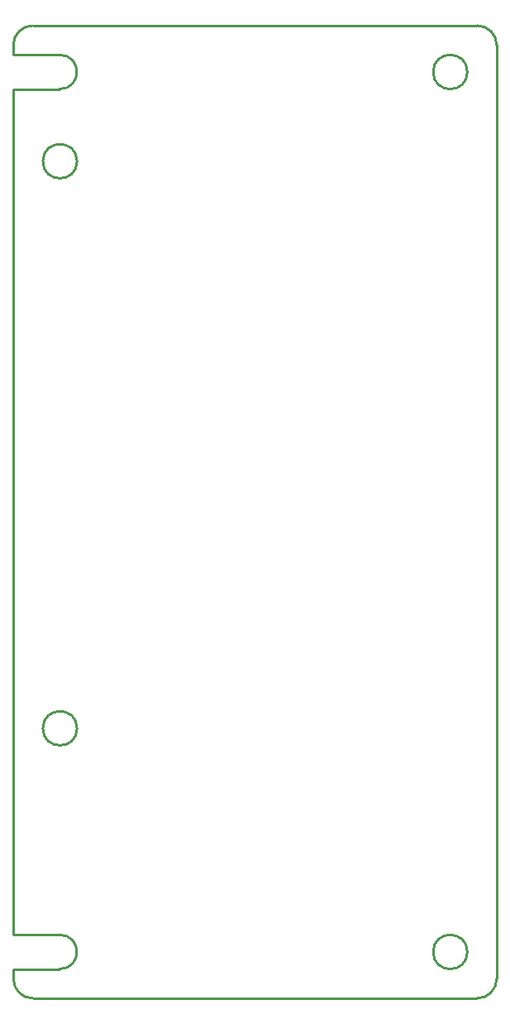
<source format=gbr>
G04 #@! TF.GenerationSoftware,KiCad,Pcbnew,5.1.5+dfsg1-2build2*
G04 #@! TF.CreationDate,2021-01-21T00:37:08+01:00*
G04 #@! TF.ProjectId,t100-raspi,74313030-2d72-4617-9370-692e6b696361,rev?*
G04 #@! TF.SameCoordinates,Original*
G04 #@! TF.FileFunction,Profile,NP*
%FSLAX46Y46*%
G04 Gerber Fmt 4.6, Leading zero omitted, Abs format (unit mm)*
G04 Created by KiCad (PCBNEW 5.1.5+dfsg1-2build2) date 2021-01-21 00:37:08*
%MOMM*%
%LPD*%
G04 APERTURE LIST*
%ADD10C,0.254000*%
G04 APERTURE END LIST*
D10*
X81770000Y-122130001D02*
G75*
G03X81770000Y-122130001I-1750000J0D01*
G01*
X81770000Y-64130001D02*
G75*
G03X81770000Y-64130001I-1750000J0D01*
G01*
X80000000Y-143250000D02*
G75*
G02X80000000Y-146750000I0J-1750000D01*
G01*
X122750000Y-50250000D02*
X77250000Y-50250000D01*
X122749999Y-149750000D02*
X77249999Y-149750000D01*
X75250000Y-52250000D02*
G75*
G02X77250000Y-50250000I2000000J0D01*
G01*
X124750000Y-147750000D02*
G75*
G02X122750000Y-149750000I-2000000J0D01*
G01*
X121750000Y-145000000D02*
G75*
G03X121750000Y-145000000I-1750000J0D01*
G01*
X77250000Y-149750000D02*
G75*
G02X75250000Y-147750000I0J2000000D01*
G01*
X122750000Y-50250000D02*
G75*
G02X124750000Y-52250000I0J-2000000D01*
G01*
X75250000Y-53249999D02*
X75250000Y-52250000D01*
X80000000Y-146750000D02*
X75250000Y-146750000D01*
X75250000Y-147750000D02*
X75250000Y-146750000D01*
X80000000Y-143250000D02*
X75250000Y-143250000D01*
X80000000Y-53249999D02*
G75*
G02X80000000Y-56749999I0J-1750000D01*
G01*
X121750000Y-55000000D02*
G75*
G03X121750000Y-55000000I-1750000J0D01*
G01*
X124750000Y-147750000D02*
X124750000Y-52250000D01*
X75250000Y-143250000D02*
X75250000Y-56750000D01*
X80000000Y-53249999D02*
X75250000Y-53249999D01*
X80000000Y-56750000D02*
X75250000Y-56750000D01*
M02*

</source>
